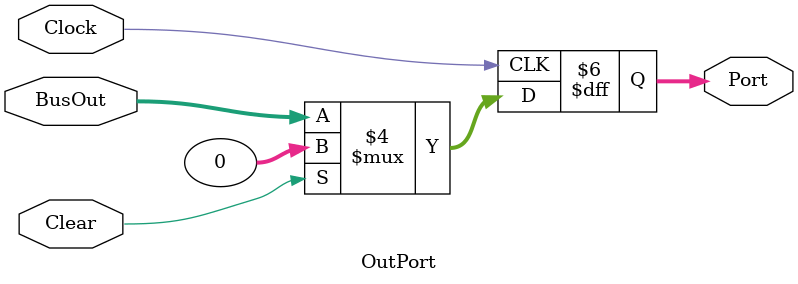
<source format=v>
`timescale 1ns/10ps
module OutPort(
	output reg [31:0] Port,
	input [31:0] BusOut,
	input Clear, Clock
);
	initial Port = 0;
	always@(posedge Clock)
	begin
		if(Clear)
			Port[31:0] = 32'b0;
		else
			Port[31:0] = BusOut[31:0];
	end
endmodule

</source>
